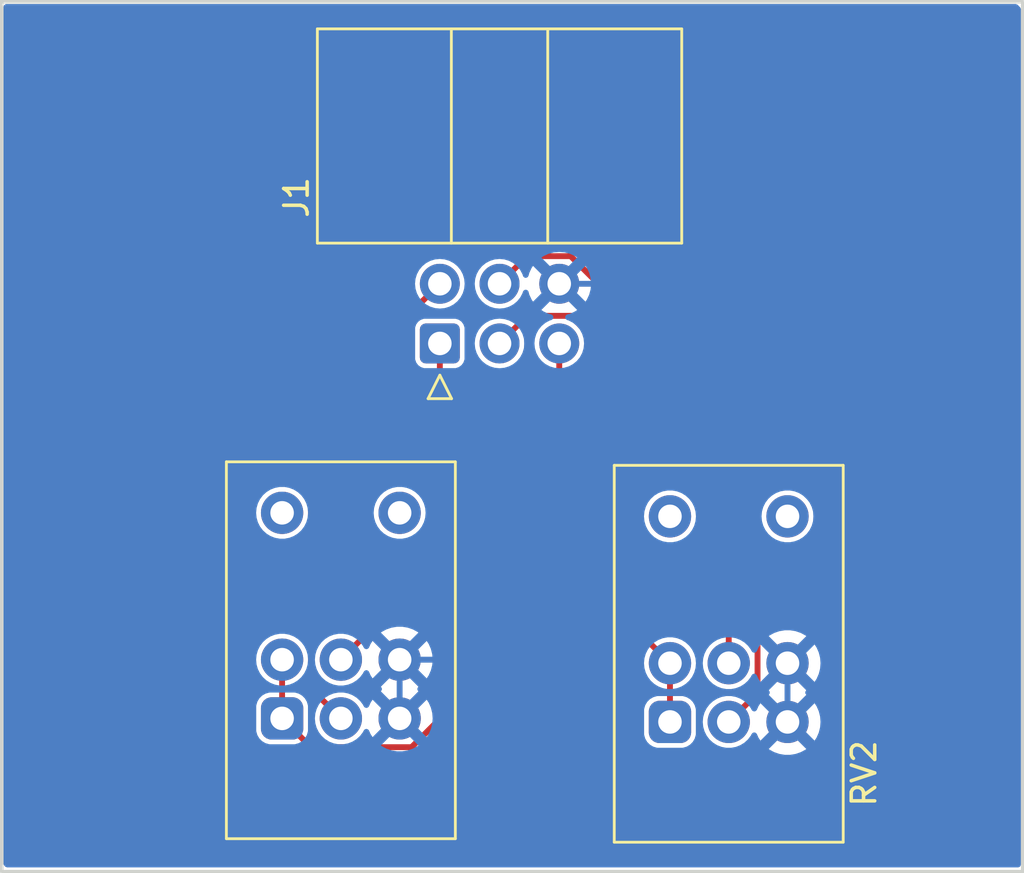
<source format=kicad_pcb>
(kicad_pcb (version 20221018) (generator pcbnew)
  (layers (0 "F.Cu" power) (31 "B.Cu" power) (34 "B.Paste" user) (35 "F.Paste" user) (36 "B.SilkS" user "B.Silkscreen") (37 "F.SilkS" user "F.Silkscreen") (38 "B.Mask" user) (39 "F.Mask" user) (44 "Edge.Cuts" user))
  (net 0 "")
  (net 1 "+3.3V")
  (net 2 "Net-(J1-Pin_3)")
  (net 3 "GND")
  (net 4 "Net-(J1-Pin_1)")
  (net 5 "Net-(J1-Pin_2)")
  (net 6 "Net-(J1-Pin_4)")
  (footprint "Connector_IDC:IDC-Header_2x03_P2.54mm_Horizontal" (layer "F.Cu") (at 42.455 33.4475 90)
    (fp_text reference "J1" (at 6.215 -6.1 90) (layer "F.SilkS"))
    (fp_text value "Conn_01x06")
    (fp_line (start -2.35 -0.5) (end -2.35 0.5) (stroke (width 0.12)) (layer "F.SilkS"))
    (fp_line (start -2.35 0.5) (end -1.35 0) (stroke (width 0.12)) (layer "F.SilkS"))
    (fp_line (start -1.35 0) (end -2.35 -0.5) (stroke (width 0.12)) (layer "F.SilkS"))
    (fp_line (start 4.27 -5.21) (end 13.39 -5.21) (stroke (width 0.12)) (layer "F.SilkS"))
    (fp_line (start 4.27 0.49) (end 13.39 0.49) (stroke (width 0.12)) (layer "F.SilkS"))
    (fp_line (start 4.27 4.59) (end 13.39 4.59) (stroke (width 0.12)) (layer "F.SilkS"))
    (fp_line (start 4.27 10.29) (end 4.27 -5.21) (stroke (width 0.12)) (layer "F.SilkS"))
    (fp_line (start 13.39 -5.21) (end 13.39 10.29) (stroke (width 0.12)) (layer "F.SilkS"))
    (fp_line (start 13.39 10.29) (end 4.27 10.29) (stroke (width 0.12)) (layer "F.SilkS"))
    (pad "1" thru_hole roundrect (at 0 0 90) (size 1.7 1.7) (drill 1) (layers "*.Cu" "*.Mask") (roundrect_rratio 0.147059) (net 4 "Net-(J1-Pin_1)"))
    (pad "2" thru_hole circle (at 2.54 0 90) (size 1.7 1.7) (drill 1) (layers "*.Cu" "*.Mask") (net 5 "Net-(J1-Pin_2)"))
    (pad "3" thru_hole circle (at 0 2.54 90) (size 1.7 1.7) (drill 1) (layers "*.Cu" "*.Mask") (net 2 "Net-(J1-Pin_3)"))
    (pad "4" thru_hole circle (at 2.54 2.54 90) (size 1.7 1.7) (drill 1) (layers "*.Cu" "*.Mask") (net 6 "Net-(J1-Pin_4)"))
    (pad "5" thru_hole circle (at 0 5.08 90) (size 1.7 1.7) (drill 1) (layers "*.Cu" "*.Mask") (net 1 "+3.3V"))
    (pad "6" thru_hole circle (at 2.54 5.08 90) (size 1.7 1.7) (drill 1) (layers "*.Cu" "*.Mask") (net 3 "GND"))
  )
  (footprint "Potentiometer_THT:Potentiometer_Alps_RK097_Dual_Horizontal_Switch" (layer "F.Cu") (at 52.245 49.5575 90)
    (fp_text reference "RV2" (at -2.1925 8.255 270) (layer "F.SilkS"))
    (fp_text value "R_Potentiometer_Dual" hide)
    (fp_line (start -5.12 7.37) (end -5.12 -2.37) (stroke (width 0.12)) (layer "F.SilkS"))
    (fp_line (start 10.921 -2.37) (end -5.12 -2.37) (stroke (width 0.12)) (layer "F.SilkS"))
    (fp_line (start 10.921 7.37) (end -5.12 7.37) (stroke (width 0.12)) (layer "F.SilkS"))
    (fp_line (start 10.921 7.37) (end 10.921 -2.37) (stroke (width 0.12)) (layer "F.SilkS"))
    (pad "1" thru_hole roundrect (at 0 0 270) (size 1.8 1.8) (drill 1) (layers "*.Cu" "*.Mask") (net 1 "+3.3V"))
    (pad "2" thru_hole circle (at 0 2.5 270) (size 1.8 1.8) (drill 1) (layers "*.Cu" "*.Mask") (net 6 "Net-(J1-Pin_4)"))
    (pad "3" thru_hole circle (at 0 5 270) (size 1.8 1.8) (drill 1) (layers "*.Cu" "*.Mask") (net 3 "GND"))
    (pad "4" thru_hole circle (at 2.5 0 270) (size 1.8 1.8) (drill 1) (layers "*.Cu" "*.Mask") (net 1 "+3.3V"))
    (pad "5" thru_hole circle (at 2.5 2.5 270) (size 1.8 1.8) (drill 1) (layers "*.Cu" "*.Mask") (net 2 "Net-(J1-Pin_3)"))
    (pad "6" thru_hole circle (at 2.5 5 270) (size 1.8 1.8) (drill 1) (layers "*.Cu" "*.Mask") (net 3 "GND"))
    (pad "7" thru_hole circle (at 8.75 0 270) (size 1.8 1.8) (drill 1) (layers "*.Cu" "*.Mask"))
    (pad "8" thru_hole circle (at 8.75 5 270) (size 1.8 1.8) (drill 1) (layers "*.Cu" "*.Mask"))
  )
  (footprint "Potentiometer_THT:Potentiometer_Alps_RK097_Dual_Horizontal_Switch" (layer "F.Cu") (at 35.745 49.4075 90)
    (fp_text reference "RV1" hide)
    (fp_text value "R_Potentiometer_Dual" hide)
    (fp_line (start -5.12 7.37) (end -5.12 -2.37) (stroke (width 0.12)) (layer "F.SilkS"))
    (fp_line (start 10.921 -2.37) (end -5.12 -2.37) (stroke (width 0.12)) (layer "F.SilkS"))
    (fp_line (start 10.921 7.37) (end -5.12 7.37) (stroke (width 0.12)) (layer "F.SilkS"))
    (fp_line (start 10.921 7.37) (end 10.921 -2.37) (stroke (width 0.12)) (layer "F.SilkS"))
    (pad "1" thru_hole roundrect (at 0 0 270) (size 1.8 1.8) (drill 1) (layers "*.Cu" "*.Mask") (net 1 "+3.3V"))
    (pad "2" thru_hole circle (at 0 2.5 270) (size 1.8 1.8) (drill 1) (layers "*.Cu" "*.Mask") (net 5 "Net-(J1-Pin_2)"))
    (pad "3" thru_hole circle (at 0 5 270) (size 1.8 1.8) (drill 1) (layers "*.Cu" "*.Mask") (net 3 "GND"))
    (pad "4" thru_hole circle (at 2.5 0 270) (size 1.8 1.8) (drill 1) (layers "*.Cu" "*.Mask") (net 1 "+3.3V"))
    (pad "5" thru_hole circle (at 2.5 2.5 270) (size 1.8 1.8) (drill 1) (layers "*.Cu" "*.Mask") (net 4 "Net-(J1-Pin_1)"))
    (pad "6" thru_hole circle (at 2.5 5 270) (size 1.8 1.8) (drill 1) (layers "*.Cu" "*.Mask") (net 3 "GND"))
    (pad "7" thru_hole circle (at 8.75 0 270) (size 1.8 1.8) (drill 1) (layers "*.Cu" "*.Mask"))
    (pad "8" thru_hole circle (at 8.75 5 270) (size 1.8 1.8) (drill 1) (layers "*.Cu" "*.Mask"))
  )
  (gr_rect (start 23.819315 18.903964) (end 67.25 55.930685) (stroke (width 0.15)) (fill none) (layer "Edge.Cuts"))
  (segment (start 52.245 49.5575) (end 52.245 47.0575) (width 0.25) (layer "F.Cu") (net 1))
  (segment (start 47.535 42.3475) (end 47.535 44.349912) (width 0.25) (layer "F.Cu") (net 1))
  (segment (start 47.535 44.349912) (end 41.252412 50.6325) (width 0.25) (layer "F.Cu") (net 1))
  (segment (start 35.745 46.9075) (end 35.745 49.4075) (width 0.25) (layer "F.Cu") (net 1))
  (segment (start 36.97 50.6325) (end 35.745 49.4075) (width 0.25) (layer "F.Cu") (net 1))
  (segment (start 52.245 47.0575) (end 47.535 42.3475) (width 0.25) (layer "F.Cu") (net 1))
  (segment (start 41.252412 50.6325) (end 36.97 50.6325) (width 0.25) (layer "F.Cu") (net 1))
  (segment (start 47.535 42.3475) (end 47.535 33.4475) (width 0.25) (layer "F.Cu") (net 1))
  (segment (start 52.245 47.0575) (end 52.0575 47.0575) (width 0.25) (layer "B.Cu") (net 1))
  (segment (start 52.0575 47.0575) (end 52 47) (width 0.25) (layer "B.Cu") (net 1))
  (segment (start 48.021701 32.2725) (end 54.745 38.995799) (width 0.25) (layer "F.Cu") (net 2))
  (segment (start 44.995 33.4475) (end 46.17 32.2725) (width 0.25) (layer "F.Cu") (net 2))
  (segment (start 46.17 32.2725) (end 48.021701 32.2725) (width 0.25) (layer "F.Cu") (net 2))
  (segment (start 54.745 38.995799) (end 54.745 47.0575) (width 0.25) (layer "F.Cu") (net 2))
  (segment (start 58.47 40.300088) (end 58.47 45.8325) (width 0.25) (layer "B.Cu") (net 3))
  (segment (start 40.745 46.9075) (end 40.745 49.4075) (width 0.25) (layer "B.Cu") (net 3))
  (segment (start 46.17 32.2725) (end 47.535 30.9075) (width 0.25) (layer "B.Cu") (net 3))
  (segment (start 47.535 30.9075) (end 49.077412 30.9075) (width 0.25) (layer "B.Cu") (net 3))
  (segment (start 58.47 45.8325) (end 57.245 47.0575) (width 0.25) (layer "B.Cu") (net 3))
  (segment (start 57.245 47.0575) (end 57.245 49.5575) (width 0.25) (layer "B.Cu") (net 3))
  (segment (start 49.077412 30.9075) (end 58.47 40.300088) (width 0.25) (layer "B.Cu") (net 3))
  (segment (start 46.17 44.08) (end 46.17 32.2725) (width 0.25) (layer "B.Cu") (net 3))
  (segment (start 43.3425 46.9075) (end 46.17 44.08) (width 0.25) (layer "B.Cu") (net 3))
  (segment (start 40.745 46.9075) (end 43.3425 46.9075) (width 0.25) (layer "B.Cu") (net 3))
  (segment (start 42.455 33.4475) (end 42.455 42.6975) (width 0.25) (layer "F.Cu") (net 4))
  (segment (start 42.455 42.6975) (end 38.245 46.9075) (width 0.25) (layer "F.Cu") (net 4))
  (segment (start 36.97 48.1325) (end 38.245 49.4075) (width 0.25) (layer "F.Cu") (net 5))
  (segment (start 36.97 36.3925) (end 36.97 48.1325) (width 0.25) (layer "F.Cu") (net 5))
  (segment (start 42.455 30.9075) (end 36.97 36.3925) (width 0.25) (layer "F.Cu") (net 5))
  (segment (start 48.021701 29.7325) (end 55.97 37.680799) (width 0.25) (layer "F.Cu") (net 6))
  (segment (start 46.17 29.7325) (end 48.021701 29.7325) (width 0.25) (layer "F.Cu") (net 6))
  (segment (start 44.995 30.9075) (end 46.17 29.7325) (width 0.25) (layer "F.Cu") (net 6))
  (segment (start 55.97 48.3325) (end 54.745 49.5575) (width 0.25) (layer "F.Cu") (net 6))
  (segment (start 55.97 37.680799) (end 55.97 48.3325) (width 0.25) (layer "F.Cu") (net 6))
  (zone (net 3) (net_name "GND") (layer "B.Cu") (connect_pads (clearance 0)) (min_thickness 0.25) (fill yes (thermal_gap 0.5) (thermal_bridge_width 0.5))
    (polygon (pts (xy 23.75 19) (xy 23.75 55.5) (xy 24 55.75) (xy 67.25 55.75) (xy 67.25 19.25) (xy 67 19) (xy 66.75 19)))
  )
)
</source>
